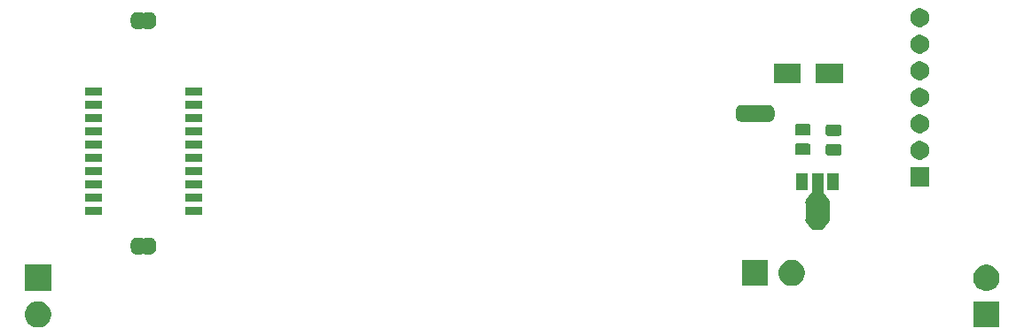
<source format=gbr>
G04 #@! TF.GenerationSoftware,KiCad,Pcbnew,5.1.5+dfsg1-2build2*
G04 #@! TF.CreationDate,2021-02-04T00:17:01-05:00*
G04 #@! TF.ProjectId,hbridgechassis,68627269-6467-4656-9368-61737369732e,rev?*
G04 #@! TF.SameCoordinates,Original*
G04 #@! TF.FileFunction,Soldermask,Top*
G04 #@! TF.FilePolarity,Negative*
%FSLAX46Y46*%
G04 Gerber Fmt 4.6, Leading zero omitted, Abs format (unit mm)*
G04 Created by KiCad (PCBNEW 5.1.5+dfsg1-2build2) date 2021-02-04 00:17:01*
%MOMM*%
%LPD*%
G04 APERTURE LIST*
%ADD10C,0.100000*%
G04 APERTURE END LIST*
D10*
G36*
X146539000Y-82729000D02*
G01*
X144037000Y-82729000D01*
X144037000Y-80227000D01*
X146539000Y-80227000D01*
X146539000Y-82729000D01*
G37*
G36*
X55076903Y-80275075D02*
G01*
X55304571Y-80369378D01*
X55509466Y-80506285D01*
X55683715Y-80680534D01*
X55820622Y-80885429D01*
X55914925Y-81113097D01*
X55963000Y-81354787D01*
X55963000Y-81601213D01*
X55914925Y-81842903D01*
X55820622Y-82070571D01*
X55683715Y-82275466D01*
X55509466Y-82449715D01*
X55304571Y-82586622D01*
X55304570Y-82586623D01*
X55304569Y-82586623D01*
X55076903Y-82680925D01*
X54835214Y-82729000D01*
X54588786Y-82729000D01*
X54347097Y-82680925D01*
X54119431Y-82586623D01*
X54119430Y-82586623D01*
X54119429Y-82586622D01*
X53914534Y-82449715D01*
X53740285Y-82275466D01*
X53603378Y-82070571D01*
X53509075Y-81842903D01*
X53461000Y-81601213D01*
X53461000Y-81354787D01*
X53509075Y-81113097D01*
X53603378Y-80885429D01*
X53740285Y-80680534D01*
X53914534Y-80506285D01*
X54119429Y-80369378D01*
X54347097Y-80275075D01*
X54588786Y-80227000D01*
X54835214Y-80227000D01*
X55076903Y-80275075D01*
G37*
G36*
X145652903Y-76775075D02*
G01*
X145880571Y-76869378D01*
X146085466Y-77006285D01*
X146259715Y-77180534D01*
X146396622Y-77385429D01*
X146396623Y-77385431D01*
X146490925Y-77613097D01*
X146539000Y-77854786D01*
X146539000Y-78101214D01*
X146490925Y-78342903D01*
X146437570Y-78471715D01*
X146396622Y-78570571D01*
X146259715Y-78775466D01*
X146085466Y-78949715D01*
X145880571Y-79086622D01*
X145880570Y-79086623D01*
X145880569Y-79086623D01*
X145652903Y-79180925D01*
X145411214Y-79229000D01*
X145164786Y-79229000D01*
X144923097Y-79180925D01*
X144695431Y-79086623D01*
X144695430Y-79086623D01*
X144695429Y-79086622D01*
X144490534Y-78949715D01*
X144316285Y-78775466D01*
X144179378Y-78570571D01*
X144138431Y-78471715D01*
X144085075Y-78342903D01*
X144037000Y-78101214D01*
X144037000Y-77854786D01*
X144085075Y-77613097D01*
X144179377Y-77385431D01*
X144179378Y-77385429D01*
X144316285Y-77180534D01*
X144490534Y-77006285D01*
X144695429Y-76869378D01*
X144923097Y-76775075D01*
X145164786Y-76727000D01*
X145411214Y-76727000D01*
X145652903Y-76775075D01*
G37*
G36*
X55963000Y-79229000D02*
G01*
X53461000Y-79229000D01*
X53461000Y-76727000D01*
X55963000Y-76727000D01*
X55963000Y-79229000D01*
G37*
G36*
X124441000Y-78751000D02*
G01*
X121939000Y-78751000D01*
X121939000Y-76249000D01*
X124441000Y-76249000D01*
X124441000Y-78751000D01*
G37*
G36*
X127054903Y-76297075D02*
G01*
X127282571Y-76391378D01*
X127487466Y-76528285D01*
X127661715Y-76702534D01*
X127773196Y-76869377D01*
X127798623Y-76907431D01*
X127892925Y-77135097D01*
X127941000Y-77376787D01*
X127941000Y-77623213D01*
X127892925Y-77864903D01*
X127798622Y-78092571D01*
X127661715Y-78297466D01*
X127487466Y-78471715D01*
X127282571Y-78608622D01*
X127282570Y-78608623D01*
X127282569Y-78608623D01*
X127054903Y-78702925D01*
X126813214Y-78751000D01*
X126566786Y-78751000D01*
X126325097Y-78702925D01*
X126097431Y-78608623D01*
X126097430Y-78608623D01*
X126097429Y-78608622D01*
X125892534Y-78471715D01*
X125718285Y-78297466D01*
X125581378Y-78092571D01*
X125487075Y-77864903D01*
X125439000Y-77623213D01*
X125439000Y-77376787D01*
X125487075Y-77135097D01*
X125581377Y-76907431D01*
X125606804Y-76869377D01*
X125718285Y-76702534D01*
X125892534Y-76528285D01*
X126097429Y-76391378D01*
X126325097Y-76297075D01*
X126566786Y-76249000D01*
X126813214Y-76249000D01*
X127054903Y-76297075D01*
G37*
G36*
X64629999Y-74129737D02*
G01*
X64639608Y-74132652D01*
X64648472Y-74137390D01*
X64656237Y-74143763D01*
X64666448Y-74156206D01*
X64673378Y-74166575D01*
X64690705Y-74183902D01*
X64711080Y-74197515D01*
X64733720Y-74206891D01*
X64757753Y-74211671D01*
X64782257Y-74211670D01*
X64806290Y-74206888D01*
X64828929Y-74197510D01*
X64849302Y-74183895D01*
X64866629Y-74166568D01*
X64873558Y-74156198D01*
X64883763Y-74143763D01*
X64891528Y-74137390D01*
X64900392Y-74132652D01*
X64910001Y-74129737D01*
X64926140Y-74128148D01*
X65413861Y-74128148D01*
X65432199Y-74129954D01*
X65444450Y-74130556D01*
X65462869Y-74130556D01*
X65485149Y-74132750D01*
X65569233Y-74149476D01*
X65590660Y-74155976D01*
X65669858Y-74188780D01*
X65675303Y-74191691D01*
X65675309Y-74191693D01*
X65684169Y-74196429D01*
X65684173Y-74196432D01*
X65689614Y-74199340D01*
X65760899Y-74246971D01*
X65778204Y-74261172D01*
X65838828Y-74321796D01*
X65853029Y-74339101D01*
X65900660Y-74410386D01*
X65903568Y-74415827D01*
X65903571Y-74415831D01*
X65908307Y-74424691D01*
X65908309Y-74424697D01*
X65911220Y-74430142D01*
X65944024Y-74509340D01*
X65950524Y-74530767D01*
X65967250Y-74614851D01*
X65969444Y-74637131D01*
X65969444Y-74655550D01*
X65970046Y-74667801D01*
X65971852Y-74686139D01*
X65971852Y-75173862D01*
X65970046Y-75192199D01*
X65969444Y-75204450D01*
X65969444Y-75222869D01*
X65967250Y-75245149D01*
X65950524Y-75329233D01*
X65944024Y-75350660D01*
X65911220Y-75429858D01*
X65908309Y-75435303D01*
X65908307Y-75435309D01*
X65903571Y-75444169D01*
X65903568Y-75444173D01*
X65900660Y-75449614D01*
X65853029Y-75520899D01*
X65838828Y-75538204D01*
X65778204Y-75598828D01*
X65760899Y-75613029D01*
X65689614Y-75660660D01*
X65684173Y-75663568D01*
X65684169Y-75663571D01*
X65675309Y-75668307D01*
X65675303Y-75668309D01*
X65669858Y-75671220D01*
X65590660Y-75704024D01*
X65569233Y-75710524D01*
X65485149Y-75727250D01*
X65462869Y-75729444D01*
X65444450Y-75729444D01*
X65432199Y-75730046D01*
X65413862Y-75731852D01*
X64926140Y-75731852D01*
X64910001Y-75730263D01*
X64900392Y-75727348D01*
X64891528Y-75722610D01*
X64883763Y-75716237D01*
X64873552Y-75703794D01*
X64866622Y-75693425D01*
X64849295Y-75676098D01*
X64828920Y-75662485D01*
X64806280Y-75653109D01*
X64782247Y-75648329D01*
X64757743Y-75648330D01*
X64733710Y-75653112D01*
X64711071Y-75662490D01*
X64690698Y-75676105D01*
X64673371Y-75693432D01*
X64666442Y-75703802D01*
X64656237Y-75716237D01*
X64648472Y-75722610D01*
X64639608Y-75727348D01*
X64629999Y-75730263D01*
X64613860Y-75731852D01*
X64126138Y-75731852D01*
X64107801Y-75730046D01*
X64095550Y-75729444D01*
X64077131Y-75729444D01*
X64054851Y-75727250D01*
X63970767Y-75710524D01*
X63949340Y-75704024D01*
X63870142Y-75671220D01*
X63864697Y-75668309D01*
X63864691Y-75668307D01*
X63855831Y-75663571D01*
X63855827Y-75663568D01*
X63850386Y-75660660D01*
X63779101Y-75613029D01*
X63761796Y-75598828D01*
X63701172Y-75538204D01*
X63686971Y-75520899D01*
X63639340Y-75449614D01*
X63636432Y-75444173D01*
X63636429Y-75444169D01*
X63631693Y-75435309D01*
X63631691Y-75435303D01*
X63628780Y-75429858D01*
X63595976Y-75350660D01*
X63589476Y-75329233D01*
X63572750Y-75245149D01*
X63570556Y-75222869D01*
X63570556Y-75204450D01*
X63569954Y-75192199D01*
X63568148Y-75173862D01*
X63568148Y-74686139D01*
X63569954Y-74667801D01*
X63570556Y-74655550D01*
X63570556Y-74637131D01*
X63572750Y-74614851D01*
X63589476Y-74530767D01*
X63595976Y-74509340D01*
X63628780Y-74430142D01*
X63631691Y-74424697D01*
X63631693Y-74424691D01*
X63636429Y-74415831D01*
X63636432Y-74415827D01*
X63639340Y-74410386D01*
X63686971Y-74339101D01*
X63701172Y-74321796D01*
X63761796Y-74261172D01*
X63779101Y-74246971D01*
X63850386Y-74199340D01*
X63855827Y-74196432D01*
X63855831Y-74196429D01*
X63864691Y-74191693D01*
X63864697Y-74191691D01*
X63870142Y-74188780D01*
X63949340Y-74155976D01*
X63970767Y-74149476D01*
X64054851Y-74132750D01*
X64077131Y-74130556D01*
X64095550Y-74130556D01*
X64107801Y-74129954D01*
X64126139Y-74128148D01*
X64613860Y-74128148D01*
X64629999Y-74129737D01*
G37*
G36*
X129710000Y-69742178D02*
G01*
X129712402Y-69766564D01*
X129719515Y-69790013D01*
X129732596Y-69813860D01*
X130241022Y-70540183D01*
X130256974Y-70558784D01*
X130276248Y-70573915D01*
X130298104Y-70584995D01*
X130310000Y-70588324D01*
X130310000Y-70599322D01*
X130312402Y-70623708D01*
X130319515Y-70647157D01*
X130332596Y-70671004D01*
X130356953Y-70705800D01*
X130370026Y-70724475D01*
X130365553Y-70726866D01*
X130346611Y-70742411D01*
X130331066Y-70761353D01*
X130319515Y-70782964D01*
X130312402Y-70806413D01*
X130310000Y-70830799D01*
X130310000Y-72297001D01*
X130312402Y-72321387D01*
X130319515Y-72344836D01*
X130331066Y-72366447D01*
X130346611Y-72385389D01*
X130365553Y-72400934D01*
X130370450Y-72403551D01*
X130332879Y-72456776D01*
X130320778Y-72478084D01*
X130313067Y-72501343D01*
X130310000Y-72528861D01*
X130310000Y-72540235D01*
X130294243Y-72545015D01*
X130272632Y-72556566D01*
X130253690Y-72572111D01*
X130239958Y-72588414D01*
X129685426Y-73374000D01*
X128632574Y-73374000D01*
X128078042Y-72588414D01*
X128062017Y-72569877D01*
X128042683Y-72554822D01*
X128020784Y-72543828D01*
X128008000Y-72540305D01*
X128008000Y-72528861D01*
X128005598Y-72504475D01*
X127998485Y-72481026D01*
X127985121Y-72456776D01*
X127947550Y-72403551D01*
X127952447Y-72400934D01*
X127971389Y-72385389D01*
X127986934Y-72366447D01*
X127998485Y-72344836D01*
X128005598Y-72321387D01*
X128008000Y-72297001D01*
X128008000Y-70830799D01*
X128005598Y-70806413D01*
X127998485Y-70782964D01*
X127986934Y-70761353D01*
X127971389Y-70742411D01*
X127952447Y-70726866D01*
X127947974Y-70724475D01*
X127985404Y-70671004D01*
X127997421Y-70649649D01*
X128005041Y-70626360D01*
X128008000Y-70599322D01*
X128008000Y-70588356D01*
X128022410Y-70583985D01*
X128044021Y-70572434D01*
X128062963Y-70556889D01*
X128076978Y-70540183D01*
X128585404Y-69813860D01*
X128597421Y-69792505D01*
X128605041Y-69769216D01*
X128608000Y-69742178D01*
X128608000Y-67946500D01*
X129710000Y-67946500D01*
X129710000Y-69742178D01*
G37*
G36*
X60846400Y-71928200D02*
G01*
X59244400Y-71928200D01*
X59244400Y-71226200D01*
X60846400Y-71226200D01*
X60846400Y-71928200D01*
G37*
G36*
X70346400Y-71928200D02*
G01*
X68744400Y-71928200D01*
X68744400Y-71226200D01*
X70346400Y-71226200D01*
X70346400Y-71928200D01*
G37*
G36*
X60846400Y-70658200D02*
G01*
X59244400Y-70658200D01*
X59244400Y-69956200D01*
X60846400Y-69956200D01*
X60846400Y-70658200D01*
G37*
G36*
X70346400Y-70658200D02*
G01*
X68744400Y-70658200D01*
X68744400Y-69956200D01*
X70346400Y-69956200D01*
X70346400Y-70658200D01*
G37*
G36*
X128210000Y-69552000D02*
G01*
X127108000Y-69552000D01*
X127108000Y-67950000D01*
X128210000Y-67950000D01*
X128210000Y-69552000D01*
G37*
G36*
X131210000Y-69552000D02*
G01*
X130108000Y-69552000D01*
X130108000Y-67950000D01*
X131210000Y-67950000D01*
X131210000Y-69552000D01*
G37*
G36*
X60846400Y-69388200D02*
G01*
X59244400Y-69388200D01*
X59244400Y-68686200D01*
X60846400Y-68686200D01*
X60846400Y-69388200D01*
G37*
G36*
X70346400Y-69388200D02*
G01*
X68744400Y-69388200D01*
X68744400Y-68686200D01*
X70346400Y-68686200D01*
X70346400Y-69388200D01*
G37*
G36*
X139813600Y-69201600D02*
G01*
X138011600Y-69201600D01*
X138011600Y-67399600D01*
X139813600Y-67399600D01*
X139813600Y-69201600D01*
G37*
G36*
X70346400Y-68118200D02*
G01*
X68744400Y-68118200D01*
X68744400Y-67416200D01*
X70346400Y-67416200D01*
X70346400Y-68118200D01*
G37*
G36*
X60846400Y-68118200D02*
G01*
X59244400Y-68118200D01*
X59244400Y-67416200D01*
X60846400Y-67416200D01*
X60846400Y-68118200D01*
G37*
G36*
X70346400Y-66848200D02*
G01*
X68744400Y-66848200D01*
X68744400Y-66146200D01*
X70346400Y-66146200D01*
X70346400Y-66848200D01*
G37*
G36*
X60846400Y-66848200D02*
G01*
X59244400Y-66848200D01*
X59244400Y-66146200D01*
X60846400Y-66146200D01*
X60846400Y-66848200D01*
G37*
G36*
X139026112Y-64864527D02*
G01*
X139175412Y-64894224D01*
X139339384Y-64962144D01*
X139486954Y-65060747D01*
X139612453Y-65186246D01*
X139711056Y-65333816D01*
X139778976Y-65497788D01*
X139813600Y-65671859D01*
X139813600Y-65849341D01*
X139778976Y-66023412D01*
X139711056Y-66187384D01*
X139612453Y-66334954D01*
X139486954Y-66460453D01*
X139339384Y-66559056D01*
X139175412Y-66626976D01*
X139026112Y-66656673D01*
X139001342Y-66661600D01*
X138823858Y-66661600D01*
X138799088Y-66656673D01*
X138649788Y-66626976D01*
X138485816Y-66559056D01*
X138338246Y-66460453D01*
X138212747Y-66334954D01*
X138114144Y-66187384D01*
X138046224Y-66023412D01*
X138011600Y-65849341D01*
X138011600Y-65671859D01*
X138046224Y-65497788D01*
X138114144Y-65333816D01*
X138212747Y-65186246D01*
X138338246Y-65060747D01*
X138485816Y-64962144D01*
X138649788Y-64894224D01*
X138799088Y-64864527D01*
X138823858Y-64859600D01*
X139001342Y-64859600D01*
X139026112Y-64864527D01*
G37*
G36*
X131267468Y-65173565D02*
G01*
X131306138Y-65185296D01*
X131341777Y-65204346D01*
X131373017Y-65229983D01*
X131398654Y-65261223D01*
X131417704Y-65296862D01*
X131429435Y-65335532D01*
X131434000Y-65381888D01*
X131434000Y-66033112D01*
X131429435Y-66079468D01*
X131417704Y-66118138D01*
X131398654Y-66153777D01*
X131373017Y-66185017D01*
X131341777Y-66210654D01*
X131306138Y-66229704D01*
X131267468Y-66241435D01*
X131221112Y-66246000D01*
X130144888Y-66246000D01*
X130098532Y-66241435D01*
X130059862Y-66229704D01*
X130024223Y-66210654D01*
X129992983Y-66185017D01*
X129967346Y-66153777D01*
X129948296Y-66118138D01*
X129936565Y-66079468D01*
X129932000Y-66033112D01*
X129932000Y-65381888D01*
X129936565Y-65335532D01*
X129948296Y-65296862D01*
X129967346Y-65261223D01*
X129992983Y-65229983D01*
X130024223Y-65204346D01*
X130059862Y-65185296D01*
X130098532Y-65173565D01*
X130144888Y-65169000D01*
X131221112Y-65169000D01*
X131267468Y-65173565D01*
G37*
G36*
X128321068Y-65122765D02*
G01*
X128359738Y-65134496D01*
X128395377Y-65153546D01*
X128426617Y-65179183D01*
X128452254Y-65210423D01*
X128471304Y-65246062D01*
X128483035Y-65284732D01*
X128487600Y-65331088D01*
X128487600Y-65982312D01*
X128483035Y-66028668D01*
X128471304Y-66067338D01*
X128452254Y-66102977D01*
X128426617Y-66134217D01*
X128395377Y-66159854D01*
X128359738Y-66178904D01*
X128321068Y-66190635D01*
X128274712Y-66195200D01*
X127198488Y-66195200D01*
X127152132Y-66190635D01*
X127113462Y-66178904D01*
X127077823Y-66159854D01*
X127046583Y-66134217D01*
X127020946Y-66102977D01*
X127001896Y-66067338D01*
X126990165Y-66028668D01*
X126985600Y-65982312D01*
X126985600Y-65331088D01*
X126990165Y-65284732D01*
X127001896Y-65246062D01*
X127020946Y-65210423D01*
X127046583Y-65179183D01*
X127077823Y-65153546D01*
X127113462Y-65134496D01*
X127152132Y-65122765D01*
X127198488Y-65118200D01*
X128274712Y-65118200D01*
X128321068Y-65122765D01*
G37*
G36*
X70346400Y-65578200D02*
G01*
X68744400Y-65578200D01*
X68744400Y-64876200D01*
X70346400Y-64876200D01*
X70346400Y-65578200D01*
G37*
G36*
X60846400Y-65578200D02*
G01*
X59244400Y-65578200D01*
X59244400Y-64876200D01*
X60846400Y-64876200D01*
X60846400Y-65578200D01*
G37*
G36*
X131267468Y-63298565D02*
G01*
X131306138Y-63310296D01*
X131341777Y-63329346D01*
X131373017Y-63354983D01*
X131398654Y-63386223D01*
X131417704Y-63421862D01*
X131429435Y-63460532D01*
X131434000Y-63506888D01*
X131434000Y-64158112D01*
X131429435Y-64204468D01*
X131417704Y-64243138D01*
X131398654Y-64278777D01*
X131373017Y-64310017D01*
X131341777Y-64335654D01*
X131306138Y-64354704D01*
X131267468Y-64366435D01*
X131221112Y-64371000D01*
X130144888Y-64371000D01*
X130098532Y-64366435D01*
X130059862Y-64354704D01*
X130024223Y-64335654D01*
X129992983Y-64310017D01*
X129967346Y-64278777D01*
X129948296Y-64243138D01*
X129936565Y-64204468D01*
X129932000Y-64158112D01*
X129932000Y-63506888D01*
X129936565Y-63460532D01*
X129948296Y-63421862D01*
X129967346Y-63386223D01*
X129992983Y-63354983D01*
X130024223Y-63329346D01*
X130059862Y-63310296D01*
X130098532Y-63298565D01*
X130144888Y-63294000D01*
X131221112Y-63294000D01*
X131267468Y-63298565D01*
G37*
G36*
X128321068Y-63247765D02*
G01*
X128359738Y-63259496D01*
X128395377Y-63278546D01*
X128426617Y-63304183D01*
X128452254Y-63335423D01*
X128471304Y-63371062D01*
X128483035Y-63409732D01*
X128487600Y-63456088D01*
X128487600Y-64107312D01*
X128483035Y-64153668D01*
X128471304Y-64192338D01*
X128452254Y-64227977D01*
X128426617Y-64259217D01*
X128395377Y-64284854D01*
X128359738Y-64303904D01*
X128321068Y-64315635D01*
X128274712Y-64320200D01*
X127198488Y-64320200D01*
X127152132Y-64315635D01*
X127113462Y-64303904D01*
X127077823Y-64284854D01*
X127046583Y-64259217D01*
X127020946Y-64227977D01*
X127001896Y-64192338D01*
X126990165Y-64153668D01*
X126985600Y-64107312D01*
X126985600Y-63456088D01*
X126990165Y-63409732D01*
X127001896Y-63371062D01*
X127020946Y-63335423D01*
X127046583Y-63304183D01*
X127077823Y-63278546D01*
X127113462Y-63259496D01*
X127152132Y-63247765D01*
X127198488Y-63243200D01*
X128274712Y-63243200D01*
X128321068Y-63247765D01*
G37*
G36*
X60846400Y-64308200D02*
G01*
X59244400Y-64308200D01*
X59244400Y-63606200D01*
X60846400Y-63606200D01*
X60846400Y-64308200D01*
G37*
G36*
X70346400Y-64308200D02*
G01*
X68744400Y-64308200D01*
X68744400Y-63606200D01*
X70346400Y-63606200D01*
X70346400Y-64308200D01*
G37*
G36*
X139026112Y-62324527D02*
G01*
X139175412Y-62354224D01*
X139339384Y-62422144D01*
X139486954Y-62520747D01*
X139612453Y-62646246D01*
X139711056Y-62793816D01*
X139778976Y-62957788D01*
X139813600Y-63131859D01*
X139813600Y-63309341D01*
X139778976Y-63483412D01*
X139711056Y-63647384D01*
X139612453Y-63794954D01*
X139486954Y-63920453D01*
X139339384Y-64019056D01*
X139175412Y-64086976D01*
X139026112Y-64116673D01*
X139001342Y-64121600D01*
X138823858Y-64121600D01*
X138799088Y-64116673D01*
X138649788Y-64086976D01*
X138485816Y-64019056D01*
X138338246Y-63920453D01*
X138212747Y-63794954D01*
X138114144Y-63647384D01*
X138046224Y-63483412D01*
X138011600Y-63309341D01*
X138011600Y-63131859D01*
X138046224Y-62957788D01*
X138114144Y-62793816D01*
X138212747Y-62646246D01*
X138338246Y-62520747D01*
X138485816Y-62422144D01*
X138649788Y-62354224D01*
X138799088Y-62324527D01*
X138823858Y-62319600D01*
X139001342Y-62319600D01*
X139026112Y-62324527D01*
G37*
G36*
X70346400Y-63038200D02*
G01*
X68744400Y-63038200D01*
X68744400Y-62336200D01*
X70346400Y-62336200D01*
X70346400Y-63038200D01*
G37*
G36*
X60846400Y-63038200D02*
G01*
X59244400Y-63038200D01*
X59244400Y-62336200D01*
X60846400Y-62336200D01*
X60846400Y-63038200D01*
G37*
G36*
X122449999Y-61429737D02*
G01*
X122464528Y-61434145D01*
X122477711Y-61439606D01*
X122501745Y-61444388D01*
X122526249Y-61444389D01*
X122550282Y-61439609D01*
X122572921Y-61430232D01*
X122574765Y-61429000D01*
X123806050Y-61429000D01*
X123818164Y-61435475D01*
X123841613Y-61442588D01*
X123865999Y-61444990D01*
X123890385Y-61442588D01*
X123913834Y-61435475D01*
X123918746Y-61433152D01*
X123930001Y-61429737D01*
X123946140Y-61428148D01*
X124483861Y-61428148D01*
X124502199Y-61429954D01*
X124514450Y-61430556D01*
X124532869Y-61430556D01*
X124555149Y-61432750D01*
X124639233Y-61449476D01*
X124660660Y-61455976D01*
X124739858Y-61488780D01*
X124745303Y-61491691D01*
X124745309Y-61491693D01*
X124754169Y-61496429D01*
X124754173Y-61496432D01*
X124759614Y-61499340D01*
X124830899Y-61546971D01*
X124848204Y-61561172D01*
X124908828Y-61621796D01*
X124923029Y-61639101D01*
X124970660Y-61710386D01*
X124973568Y-61715827D01*
X124973571Y-61715831D01*
X124978307Y-61724691D01*
X124978309Y-61724697D01*
X124981220Y-61730142D01*
X125014024Y-61809340D01*
X125020524Y-61830767D01*
X125037250Y-61914851D01*
X125039444Y-61937131D01*
X125039444Y-61955550D01*
X125040046Y-61967801D01*
X125041852Y-61986139D01*
X125041852Y-62473862D01*
X125040046Y-62492199D01*
X125039444Y-62504450D01*
X125039444Y-62522869D01*
X125037250Y-62545149D01*
X125020524Y-62629233D01*
X125014024Y-62650660D01*
X124981220Y-62729858D01*
X124978309Y-62735303D01*
X124978307Y-62735309D01*
X124973571Y-62744169D01*
X124973568Y-62744173D01*
X124970660Y-62749614D01*
X124923029Y-62820899D01*
X124908828Y-62838204D01*
X124848204Y-62898828D01*
X124830899Y-62913029D01*
X124759614Y-62960660D01*
X124754173Y-62963568D01*
X124754169Y-62963571D01*
X124745309Y-62968307D01*
X124745303Y-62968309D01*
X124739858Y-62971220D01*
X124660660Y-63004024D01*
X124639233Y-63010524D01*
X124555149Y-63027250D01*
X124532869Y-63029444D01*
X124514450Y-63029444D01*
X124502199Y-63030046D01*
X124483862Y-63031852D01*
X123946140Y-63031852D01*
X123930001Y-63030263D01*
X123915472Y-63025855D01*
X123902289Y-63020394D01*
X123878255Y-63015612D01*
X123853751Y-63015611D01*
X123829718Y-63020391D01*
X123807079Y-63029768D01*
X123805235Y-63031000D01*
X122573950Y-63031000D01*
X122561836Y-63024525D01*
X122538387Y-63017412D01*
X122514001Y-63015010D01*
X122489615Y-63017412D01*
X122466166Y-63024525D01*
X122461254Y-63026848D01*
X122449999Y-63030263D01*
X122433860Y-63031852D01*
X121896138Y-63031852D01*
X121877801Y-63030046D01*
X121865550Y-63029444D01*
X121847131Y-63029444D01*
X121824851Y-63027250D01*
X121740767Y-63010524D01*
X121719340Y-63004024D01*
X121640142Y-62971220D01*
X121634697Y-62968309D01*
X121634691Y-62968307D01*
X121625831Y-62963571D01*
X121625827Y-62963568D01*
X121620386Y-62960660D01*
X121549101Y-62913029D01*
X121531796Y-62898828D01*
X121471172Y-62838204D01*
X121456971Y-62820899D01*
X121409340Y-62749614D01*
X121406432Y-62744173D01*
X121406429Y-62744169D01*
X121401693Y-62735309D01*
X121401691Y-62735303D01*
X121398780Y-62729858D01*
X121365976Y-62650660D01*
X121359476Y-62629233D01*
X121342750Y-62545149D01*
X121340556Y-62522869D01*
X121340556Y-62504450D01*
X121339954Y-62492199D01*
X121338148Y-62473862D01*
X121338148Y-61986139D01*
X121339954Y-61967801D01*
X121340556Y-61955550D01*
X121340556Y-61937131D01*
X121342750Y-61914851D01*
X121359476Y-61830767D01*
X121365976Y-61809340D01*
X121398780Y-61730142D01*
X121401691Y-61724697D01*
X121401693Y-61724691D01*
X121406429Y-61715831D01*
X121406432Y-61715827D01*
X121409340Y-61710386D01*
X121456971Y-61639101D01*
X121471172Y-61621796D01*
X121531796Y-61561172D01*
X121549101Y-61546971D01*
X121620386Y-61499340D01*
X121625827Y-61496432D01*
X121625831Y-61496429D01*
X121634691Y-61491693D01*
X121634697Y-61491691D01*
X121640142Y-61488780D01*
X121719340Y-61455976D01*
X121740767Y-61449476D01*
X121824851Y-61432750D01*
X121847131Y-61430556D01*
X121865550Y-61430556D01*
X121877801Y-61429954D01*
X121896139Y-61428148D01*
X122433860Y-61428148D01*
X122449999Y-61429737D01*
G37*
G36*
X70346400Y-61768200D02*
G01*
X68744400Y-61768200D01*
X68744400Y-61066200D01*
X70346400Y-61066200D01*
X70346400Y-61768200D01*
G37*
G36*
X60846400Y-61768200D02*
G01*
X59244400Y-61768200D01*
X59244400Y-61066200D01*
X60846400Y-61066200D01*
X60846400Y-61768200D01*
G37*
G36*
X139026112Y-59784527D02*
G01*
X139175412Y-59814224D01*
X139339384Y-59882144D01*
X139486954Y-59980747D01*
X139612453Y-60106246D01*
X139711056Y-60253816D01*
X139778976Y-60417788D01*
X139813600Y-60591859D01*
X139813600Y-60769341D01*
X139778976Y-60943412D01*
X139711056Y-61107384D01*
X139612453Y-61254954D01*
X139486954Y-61380453D01*
X139339384Y-61479056D01*
X139175412Y-61546976D01*
X139026112Y-61576673D01*
X139001342Y-61581600D01*
X138823858Y-61581600D01*
X138799088Y-61576673D01*
X138649788Y-61546976D01*
X138485816Y-61479056D01*
X138338246Y-61380453D01*
X138212747Y-61254954D01*
X138114144Y-61107384D01*
X138046224Y-60943412D01*
X138011600Y-60769341D01*
X138011600Y-60591859D01*
X138046224Y-60417788D01*
X138114144Y-60253816D01*
X138212747Y-60106246D01*
X138338246Y-59980747D01*
X138485816Y-59882144D01*
X138649788Y-59814224D01*
X138799088Y-59784527D01*
X138823858Y-59779600D01*
X139001342Y-59779600D01*
X139026112Y-59784527D01*
G37*
G36*
X70346400Y-60498200D02*
G01*
X68744400Y-60498200D01*
X68744400Y-59796200D01*
X70346400Y-59796200D01*
X70346400Y-60498200D01*
G37*
G36*
X60846400Y-60498200D02*
G01*
X59244400Y-60498200D01*
X59244400Y-59796200D01*
X60846400Y-59796200D01*
X60846400Y-60498200D01*
G37*
G36*
X127571000Y-59371000D02*
G01*
X124969000Y-59371000D01*
X124969000Y-57469000D01*
X127571000Y-57469000D01*
X127571000Y-59371000D01*
G37*
G36*
X131571000Y-59371000D02*
G01*
X128969000Y-59371000D01*
X128969000Y-57469000D01*
X131571000Y-57469000D01*
X131571000Y-59371000D01*
G37*
G36*
X139026112Y-57244527D02*
G01*
X139175412Y-57274224D01*
X139339384Y-57342144D01*
X139486954Y-57440747D01*
X139612453Y-57566246D01*
X139711056Y-57713816D01*
X139778976Y-57877788D01*
X139813600Y-58051859D01*
X139813600Y-58229341D01*
X139778976Y-58403412D01*
X139711056Y-58567384D01*
X139612453Y-58714954D01*
X139486954Y-58840453D01*
X139339384Y-58939056D01*
X139175412Y-59006976D01*
X139026112Y-59036673D01*
X139001342Y-59041600D01*
X138823858Y-59041600D01*
X138799088Y-59036673D01*
X138649788Y-59006976D01*
X138485816Y-58939056D01*
X138338246Y-58840453D01*
X138212747Y-58714954D01*
X138114144Y-58567384D01*
X138046224Y-58403412D01*
X138011600Y-58229341D01*
X138011600Y-58051859D01*
X138046224Y-57877788D01*
X138114144Y-57713816D01*
X138212747Y-57566246D01*
X138338246Y-57440747D01*
X138485816Y-57342144D01*
X138649788Y-57274224D01*
X138799088Y-57244527D01*
X138823858Y-57239600D01*
X139001342Y-57239600D01*
X139026112Y-57244527D01*
G37*
G36*
X139026112Y-54704527D02*
G01*
X139175412Y-54734224D01*
X139339384Y-54802144D01*
X139486954Y-54900747D01*
X139612453Y-55026246D01*
X139711056Y-55173816D01*
X139778976Y-55337788D01*
X139813600Y-55511859D01*
X139813600Y-55689341D01*
X139778976Y-55863412D01*
X139711056Y-56027384D01*
X139612453Y-56174954D01*
X139486954Y-56300453D01*
X139339384Y-56399056D01*
X139175412Y-56466976D01*
X139026112Y-56496673D01*
X139001342Y-56501600D01*
X138823858Y-56501600D01*
X138799088Y-56496673D01*
X138649788Y-56466976D01*
X138485816Y-56399056D01*
X138338246Y-56300453D01*
X138212747Y-56174954D01*
X138114144Y-56027384D01*
X138046224Y-55863412D01*
X138011600Y-55689341D01*
X138011600Y-55511859D01*
X138046224Y-55337788D01*
X138114144Y-55173816D01*
X138212747Y-55026246D01*
X138338246Y-54900747D01*
X138485816Y-54802144D01*
X138649788Y-54734224D01*
X138799088Y-54704527D01*
X138823858Y-54699600D01*
X139001342Y-54699600D01*
X139026112Y-54704527D01*
G37*
G36*
X64629999Y-52539737D02*
G01*
X64639608Y-52542652D01*
X64648472Y-52547390D01*
X64656237Y-52553763D01*
X64666448Y-52566206D01*
X64673378Y-52576575D01*
X64690705Y-52593902D01*
X64711080Y-52607515D01*
X64733720Y-52616891D01*
X64757753Y-52621671D01*
X64782257Y-52621670D01*
X64806290Y-52616888D01*
X64828929Y-52607510D01*
X64849302Y-52593895D01*
X64866629Y-52576568D01*
X64873558Y-52566198D01*
X64883763Y-52553763D01*
X64891528Y-52547390D01*
X64900392Y-52542652D01*
X64910001Y-52539737D01*
X64926140Y-52538148D01*
X65413861Y-52538148D01*
X65432199Y-52539954D01*
X65444450Y-52540556D01*
X65462869Y-52540556D01*
X65485149Y-52542750D01*
X65569233Y-52559476D01*
X65590660Y-52565976D01*
X65669858Y-52598780D01*
X65675303Y-52601691D01*
X65675309Y-52601693D01*
X65684169Y-52606429D01*
X65684173Y-52606432D01*
X65689614Y-52609340D01*
X65760899Y-52656971D01*
X65778204Y-52671172D01*
X65838828Y-52731796D01*
X65853029Y-52749101D01*
X65900660Y-52820386D01*
X65903568Y-52825827D01*
X65903571Y-52825831D01*
X65908307Y-52834691D01*
X65908309Y-52834697D01*
X65911220Y-52840142D01*
X65944024Y-52919340D01*
X65950524Y-52940767D01*
X65967250Y-53024851D01*
X65969444Y-53047131D01*
X65969444Y-53065550D01*
X65970046Y-53077801D01*
X65971852Y-53096139D01*
X65971852Y-53583862D01*
X65970046Y-53602199D01*
X65969444Y-53614450D01*
X65969444Y-53632869D01*
X65967250Y-53655149D01*
X65950524Y-53739233D01*
X65944024Y-53760660D01*
X65911220Y-53839858D01*
X65908309Y-53845303D01*
X65908307Y-53845309D01*
X65903571Y-53854169D01*
X65903568Y-53854173D01*
X65900660Y-53859614D01*
X65853029Y-53930899D01*
X65838828Y-53948204D01*
X65778204Y-54008828D01*
X65760899Y-54023029D01*
X65689614Y-54070660D01*
X65684173Y-54073568D01*
X65684169Y-54073571D01*
X65675309Y-54078307D01*
X65675303Y-54078309D01*
X65669858Y-54081220D01*
X65590660Y-54114024D01*
X65569233Y-54120524D01*
X65485149Y-54137250D01*
X65462869Y-54139444D01*
X65444450Y-54139444D01*
X65432199Y-54140046D01*
X65413862Y-54141852D01*
X64926140Y-54141852D01*
X64910001Y-54140263D01*
X64900392Y-54137348D01*
X64891528Y-54132610D01*
X64883763Y-54126237D01*
X64873552Y-54113794D01*
X64866622Y-54103425D01*
X64849295Y-54086098D01*
X64828920Y-54072485D01*
X64806280Y-54063109D01*
X64782247Y-54058329D01*
X64757743Y-54058330D01*
X64733710Y-54063112D01*
X64711071Y-54072490D01*
X64690698Y-54086105D01*
X64673371Y-54103432D01*
X64666442Y-54113802D01*
X64656237Y-54126237D01*
X64648472Y-54132610D01*
X64639608Y-54137348D01*
X64629999Y-54140263D01*
X64613860Y-54141852D01*
X64126138Y-54141852D01*
X64107801Y-54140046D01*
X64095550Y-54139444D01*
X64077131Y-54139444D01*
X64054851Y-54137250D01*
X63970767Y-54120524D01*
X63949340Y-54114024D01*
X63870142Y-54081220D01*
X63864697Y-54078309D01*
X63864691Y-54078307D01*
X63855831Y-54073571D01*
X63855827Y-54073568D01*
X63850386Y-54070660D01*
X63779101Y-54023029D01*
X63761796Y-54008828D01*
X63701172Y-53948204D01*
X63686971Y-53930899D01*
X63639340Y-53859614D01*
X63636432Y-53854173D01*
X63636429Y-53854169D01*
X63631693Y-53845309D01*
X63631691Y-53845303D01*
X63628780Y-53839858D01*
X63595976Y-53760660D01*
X63589476Y-53739233D01*
X63572750Y-53655149D01*
X63570556Y-53632869D01*
X63570556Y-53614450D01*
X63569954Y-53602199D01*
X63568148Y-53583862D01*
X63568148Y-53096139D01*
X63569954Y-53077801D01*
X63570556Y-53065550D01*
X63570556Y-53047131D01*
X63572750Y-53024851D01*
X63589476Y-52940767D01*
X63595976Y-52919340D01*
X63628780Y-52840142D01*
X63631691Y-52834697D01*
X63631693Y-52834691D01*
X63636429Y-52825831D01*
X63636432Y-52825827D01*
X63639340Y-52820386D01*
X63686971Y-52749101D01*
X63701172Y-52731796D01*
X63761796Y-52671172D01*
X63779101Y-52656971D01*
X63850386Y-52609340D01*
X63855827Y-52606432D01*
X63855831Y-52606429D01*
X63864691Y-52601693D01*
X63864697Y-52601691D01*
X63870142Y-52598780D01*
X63949340Y-52565976D01*
X63970767Y-52559476D01*
X64054851Y-52542750D01*
X64077131Y-52540556D01*
X64095550Y-52540556D01*
X64107801Y-52539954D01*
X64126139Y-52538148D01*
X64613860Y-52538148D01*
X64629999Y-52539737D01*
G37*
G36*
X139026112Y-52164527D02*
G01*
X139175412Y-52194224D01*
X139339384Y-52262144D01*
X139486954Y-52360747D01*
X139612453Y-52486246D01*
X139711056Y-52633816D01*
X139778976Y-52797788D01*
X139813600Y-52971859D01*
X139813600Y-53149341D01*
X139778976Y-53323412D01*
X139711056Y-53487384D01*
X139612453Y-53634954D01*
X139486954Y-53760453D01*
X139339384Y-53859056D01*
X139175412Y-53926976D01*
X139026112Y-53956673D01*
X139001342Y-53961600D01*
X138823858Y-53961600D01*
X138799088Y-53956673D01*
X138649788Y-53926976D01*
X138485816Y-53859056D01*
X138338246Y-53760453D01*
X138212747Y-53634954D01*
X138114144Y-53487384D01*
X138046224Y-53323412D01*
X138011600Y-53149341D01*
X138011600Y-52971859D01*
X138046224Y-52797788D01*
X138114144Y-52633816D01*
X138212747Y-52486246D01*
X138338246Y-52360747D01*
X138485816Y-52262144D01*
X138649788Y-52194224D01*
X138799088Y-52164527D01*
X138823858Y-52159600D01*
X139001342Y-52159600D01*
X139026112Y-52164527D01*
G37*
M02*

</source>
